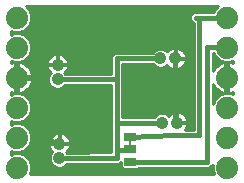
<source format=gbl>
G75*
%MOIN*%
%OFA0B0*%
%FSLAX24Y24*%
%IPPOS*%
%LPD*%
%AMOC8*
5,1,8,0,0,1.08239X$1,22.5*
%
%ADD10C,0.0740*%
%ADD11C,0.0416*%
%ADD12C,0.0080*%
%ADD13R,0.0400X0.0250*%
%ADD14C,0.0100*%
%ADD15C,0.0160*%
D10*
X001772Y001024D03*
X001772Y002024D03*
X001772Y003024D03*
X001772Y004024D03*
X001772Y005024D03*
X001772Y006024D03*
X008772Y006024D03*
X008772Y005024D03*
X008772Y004024D03*
X008772Y003024D03*
X008772Y002024D03*
X008772Y001024D03*
D11*
X007103Y002524D03*
X006611Y002524D03*
X006556Y004666D03*
X007048Y004666D03*
X003126Y004457D03*
X003126Y003965D03*
X003189Y001823D03*
X003189Y001331D03*
D12*
X005556Y001677D02*
X005556Y001977D01*
D13*
X005556Y002027D03*
X005556Y001627D03*
X005556Y001206D03*
D14*
X005801Y000971D02*
X005845Y001015D01*
X008032Y001008D01*
X008110Y001008D01*
X008189Y001008D01*
X008189Y001008D01*
X008189Y001008D01*
X008245Y001063D01*
X008292Y001110D01*
X008292Y000929D01*
X008336Y000822D01*
X002208Y000822D01*
X002252Y000929D01*
X002252Y001119D01*
X002179Y001296D01*
X002044Y001431D01*
X001868Y001504D01*
X001677Y001504D01*
X001567Y001458D01*
X001567Y001590D01*
X001677Y001544D01*
X001868Y001544D01*
X002044Y001617D01*
X002179Y001752D01*
X002252Y001929D01*
X002252Y002119D01*
X002179Y002296D01*
X002044Y002431D01*
X001868Y002504D01*
X001677Y002504D01*
X001567Y002458D01*
X001567Y002590D01*
X001677Y002544D01*
X001868Y002544D01*
X002044Y002617D01*
X002179Y002752D01*
X002252Y002929D01*
X002252Y003119D01*
X002179Y003296D01*
X002044Y003431D01*
X001868Y003504D01*
X001677Y003504D01*
X001567Y003458D01*
X001567Y003545D01*
X001572Y003542D01*
X001650Y003517D01*
X001722Y003505D01*
X001722Y003974D01*
X001822Y003974D01*
X001822Y003505D01*
X001894Y003517D01*
X001972Y003542D01*
X002045Y003579D01*
X002111Y003627D01*
X002169Y003685D01*
X002217Y003751D01*
X002254Y003824D01*
X002279Y003902D01*
X002291Y003974D01*
X001822Y003974D01*
X001822Y004074D01*
X001722Y004074D01*
X001722Y004543D01*
X001650Y004531D01*
X001572Y004506D01*
X001567Y004503D01*
X001567Y004590D01*
X001677Y004544D01*
X001868Y004544D01*
X002044Y004617D01*
X002179Y004752D01*
X002252Y004929D01*
X002252Y005119D01*
X002179Y005296D01*
X002044Y005431D01*
X001868Y005504D01*
X001677Y005504D01*
X001567Y005458D01*
X001567Y005590D01*
X001677Y005544D01*
X001868Y005544D01*
X002044Y005617D01*
X002179Y005752D01*
X002252Y005929D01*
X002252Y006119D01*
X002179Y006296D01*
X002071Y006403D01*
X008479Y006410D01*
X008365Y006296D01*
X008331Y006214D01*
X007670Y006214D01*
X007558Y006103D01*
X007558Y005945D01*
X007661Y005843D01*
X007661Y002285D01*
X007370Y002285D01*
X007381Y002296D01*
X007420Y002355D01*
X007447Y002420D01*
X007461Y002489D01*
X007461Y002505D01*
X007122Y002505D01*
X007122Y002543D01*
X007461Y002543D01*
X007461Y002559D01*
X007447Y002628D01*
X007420Y002693D01*
X007381Y002752D01*
X007331Y002802D01*
X007272Y002841D01*
X007207Y002868D01*
X007138Y002882D01*
X007122Y002882D01*
X007122Y002543D01*
X007084Y002543D01*
X007084Y002882D01*
X007068Y002882D01*
X006998Y002868D01*
X006933Y002841D01*
X006875Y002802D01*
X006828Y002756D01*
X006791Y002793D01*
X006674Y002842D01*
X006547Y002842D01*
X006431Y002793D01*
X006351Y002714D01*
X005285Y002714D01*
X005285Y004476D01*
X006296Y004476D01*
X006375Y004396D01*
X006492Y004348D01*
X006619Y004348D01*
X006736Y004396D01*
X006773Y004434D01*
X006820Y004388D01*
X006878Y004349D01*
X006943Y004322D01*
X007012Y004308D01*
X007029Y004308D01*
X007029Y004647D01*
X007067Y004647D01*
X007067Y004685D01*
X007405Y004685D01*
X007405Y004701D01*
X007392Y004770D01*
X007365Y004835D01*
X007326Y004894D01*
X007276Y004944D01*
X007217Y004983D01*
X007152Y005010D01*
X007083Y005024D01*
X007067Y005024D01*
X007067Y004685D01*
X007029Y004685D01*
X007029Y005024D01*
X007012Y005024D01*
X006943Y005010D01*
X006878Y004983D01*
X006820Y004944D01*
X006773Y004897D01*
X006736Y004935D01*
X006619Y004984D01*
X006492Y004984D01*
X006375Y004935D01*
X006296Y004856D01*
X005016Y004856D01*
X004905Y004744D01*
X004905Y004155D01*
X003386Y004155D01*
X003358Y004183D01*
X003404Y004229D01*
X003443Y004288D01*
X003470Y004353D01*
X003484Y004422D01*
X003484Y004438D01*
X003145Y004438D01*
X003145Y004476D01*
X003107Y004476D01*
X003107Y004438D01*
X002769Y004438D01*
X002769Y004422D01*
X002782Y004353D01*
X002809Y004288D01*
X002848Y004229D01*
X002895Y004183D01*
X002857Y004145D01*
X002809Y004028D01*
X002809Y003902D01*
X002857Y003785D01*
X002946Y003696D01*
X003063Y003647D01*
X003190Y003647D01*
X003306Y003696D01*
X003386Y003775D01*
X004905Y003775D01*
X004905Y001696D01*
X004904Y001695D01*
X004905Y001618D01*
X004905Y001529D01*
X003448Y001522D01*
X003421Y001549D01*
X003467Y001595D01*
X003506Y001654D01*
X003533Y001719D01*
X003547Y001788D01*
X003547Y001804D01*
X003208Y001804D01*
X003208Y001842D01*
X003170Y001842D01*
X003170Y001804D01*
X002832Y001804D01*
X002832Y001788D01*
X002845Y001719D01*
X002872Y001654D01*
X002911Y001595D01*
X002958Y001549D01*
X002920Y001511D01*
X002872Y001394D01*
X002872Y001268D01*
X002920Y001151D01*
X003009Y001062D01*
X003126Y001013D01*
X003253Y001013D01*
X003369Y001062D01*
X003450Y001142D01*
X005095Y001150D01*
X005174Y001150D01*
X005174Y001150D01*
X005174Y001150D01*
X005230Y001206D01*
X005246Y001222D01*
X005246Y001035D01*
X005310Y000971D01*
X005801Y000971D01*
X005266Y001015D02*
X003257Y001015D01*
X003121Y001015D02*
X002252Y001015D01*
X002247Y000917D02*
X008297Y000917D01*
X008292Y001015D02*
X008197Y001015D01*
X008032Y001008D02*
X008032Y001008D01*
X007661Y002296D02*
X007381Y002296D01*
X007436Y002394D02*
X007661Y002394D01*
X007661Y002493D02*
X007461Y002493D01*
X007454Y002591D02*
X007661Y002591D01*
X007661Y002690D02*
X007421Y002690D01*
X007344Y002788D02*
X007661Y002788D01*
X007661Y002887D02*
X005285Y002887D01*
X005285Y002985D02*
X007661Y002985D01*
X007661Y003084D02*
X005285Y003084D01*
X005285Y003182D02*
X007661Y003182D01*
X007661Y003281D02*
X005285Y003281D01*
X005285Y003379D02*
X007661Y003379D01*
X007661Y003478D02*
X005285Y003478D01*
X005285Y003576D02*
X007661Y003576D01*
X007661Y003675D02*
X005285Y003675D01*
X005285Y003773D02*
X007661Y003773D01*
X007661Y003872D02*
X005285Y003872D01*
X005285Y003970D02*
X007661Y003970D01*
X007661Y004069D02*
X005285Y004069D01*
X005285Y004167D02*
X007661Y004167D01*
X007661Y004266D02*
X005285Y004266D01*
X005285Y004364D02*
X006453Y004364D01*
X006658Y004364D02*
X006855Y004364D01*
X007029Y004364D02*
X007067Y004364D01*
X007067Y004308D02*
X007083Y004308D01*
X007152Y004322D01*
X007217Y004349D01*
X007276Y004388D01*
X007326Y004438D01*
X007365Y004496D01*
X007392Y004561D01*
X007661Y004561D01*
X007661Y004463D02*
X007342Y004463D01*
X007392Y004561D02*
X007405Y004631D01*
X007405Y004647D01*
X007067Y004647D01*
X007067Y004308D01*
X007067Y004463D02*
X007029Y004463D01*
X007029Y004561D02*
X007067Y004561D01*
X007067Y004660D02*
X007661Y004660D01*
X007661Y004758D02*
X007394Y004758D01*
X007350Y004857D02*
X007661Y004857D01*
X007661Y004955D02*
X007258Y004955D01*
X007067Y004955D02*
X007029Y004955D01*
X007029Y004857D02*
X007067Y004857D01*
X007067Y004758D02*
X007029Y004758D01*
X006837Y004955D02*
X006687Y004955D01*
X006424Y004955D02*
X002252Y004955D01*
X002252Y005054D02*
X007661Y005054D01*
X007661Y005152D02*
X002238Y005152D01*
X002198Y005251D02*
X007661Y005251D01*
X007661Y005349D02*
X002126Y005349D01*
X002003Y005448D02*
X007661Y005448D01*
X007661Y005546D02*
X001873Y005546D01*
X001671Y005546D02*
X001567Y005546D01*
X002072Y005645D02*
X007661Y005645D01*
X007661Y005743D02*
X002170Y005743D01*
X002216Y005842D02*
X007661Y005842D01*
X007563Y005940D02*
X002252Y005940D01*
X002252Y006039D02*
X007558Y006039D01*
X007593Y006137D02*
X002245Y006137D01*
X002204Y006236D02*
X008340Y006236D01*
X008404Y006334D02*
X002141Y006334D01*
X002222Y004857D02*
X006297Y004857D01*
X006309Y004463D02*
X005285Y004463D01*
X004905Y004463D02*
X003145Y004463D01*
X003145Y004476D02*
X003484Y004476D01*
X003484Y004492D01*
X003470Y004561D01*
X004905Y004561D01*
X004905Y004660D02*
X003421Y004660D01*
X003404Y004685D02*
X003443Y004627D01*
X003470Y004561D01*
X003404Y004685D02*
X003354Y004735D01*
X003296Y004774D01*
X003231Y004801D01*
X003162Y004815D01*
X003145Y004815D01*
X003145Y004476D01*
X003107Y004476D02*
X003107Y004815D01*
X003091Y004815D01*
X003022Y004801D01*
X002957Y004774D01*
X002898Y004735D01*
X002848Y004685D01*
X002809Y004627D01*
X002782Y004561D01*
X001909Y004561D01*
X001894Y004531D02*
X001822Y004543D01*
X001822Y004074D01*
X002291Y004074D01*
X002279Y004146D01*
X002254Y004224D01*
X002217Y004297D01*
X002169Y004363D01*
X002111Y004421D01*
X002045Y004469D01*
X001972Y004506D01*
X001894Y004531D01*
X001822Y004463D02*
X001722Y004463D01*
X001635Y004561D02*
X001567Y004561D01*
X001722Y004364D02*
X001822Y004364D01*
X001822Y004266D02*
X001722Y004266D01*
X001722Y004167D02*
X001822Y004167D01*
X001822Y004069D02*
X002825Y004069D01*
X002809Y003970D02*
X002290Y003970D01*
X002269Y003872D02*
X002821Y003872D01*
X002869Y003773D02*
X002228Y003773D01*
X002158Y003675D02*
X002996Y003675D01*
X003256Y003675D02*
X004905Y003675D01*
X004905Y003773D02*
X003384Y003773D01*
X003373Y004167D02*
X004905Y004167D01*
X004905Y004266D02*
X003429Y004266D01*
X003473Y004364D02*
X004905Y004364D01*
X004919Y004758D02*
X003320Y004758D01*
X003145Y004758D02*
X003107Y004758D01*
X003107Y004660D02*
X003145Y004660D01*
X003145Y004561D02*
X003107Y004561D01*
X003107Y004476D02*
X002769Y004476D01*
X002769Y004492D01*
X002782Y004561D01*
X002832Y004660D02*
X002087Y004660D01*
X002182Y004758D02*
X002933Y004758D01*
X003107Y004463D02*
X002053Y004463D01*
X002167Y004364D02*
X002780Y004364D01*
X002824Y004266D02*
X002232Y004266D01*
X002272Y004167D02*
X002879Y004167D01*
X002039Y003576D02*
X004905Y003576D01*
X004905Y003478D02*
X001931Y003478D01*
X001822Y003576D02*
X001722Y003576D01*
X001722Y003675D02*
X001822Y003675D01*
X001822Y003773D02*
X001722Y003773D01*
X001722Y003872D02*
X001822Y003872D01*
X001822Y003970D02*
X001722Y003970D01*
X001613Y003478D02*
X001567Y003478D01*
X002096Y003379D02*
X004905Y003379D01*
X004905Y003281D02*
X002185Y003281D01*
X002226Y003182D02*
X004905Y003182D01*
X004905Y003084D02*
X002252Y003084D01*
X002252Y002985D02*
X004905Y002985D01*
X004905Y002887D02*
X002235Y002887D01*
X002194Y002788D02*
X004905Y002788D01*
X004905Y002690D02*
X002117Y002690D01*
X001982Y002591D02*
X004905Y002591D01*
X004905Y002493D02*
X001895Y002493D01*
X002081Y002394D02*
X004905Y002394D01*
X004905Y002296D02*
X002179Y002296D01*
X002220Y002197D02*
X004905Y002197D01*
X004905Y002099D02*
X003420Y002099D01*
X003417Y002101D02*
X003359Y002140D01*
X003294Y002167D01*
X003225Y002181D01*
X003208Y002181D01*
X003208Y001842D01*
X003547Y001842D01*
X003547Y001858D01*
X003533Y001928D01*
X003506Y001993D01*
X003467Y002051D01*
X003417Y002101D01*
X003501Y002000D02*
X004905Y002000D01*
X004905Y001902D02*
X003539Y001902D01*
X003547Y001803D02*
X004905Y001803D01*
X004905Y001705D02*
X003528Y001705D01*
X003475Y001606D02*
X004905Y001606D01*
X005236Y001212D02*
X005246Y001212D01*
X005246Y001114D02*
X003421Y001114D01*
X002957Y001114D02*
X002252Y001114D01*
X002214Y001212D02*
X002895Y001212D01*
X002872Y001311D02*
X002164Y001311D01*
X002066Y001409D02*
X002878Y001409D01*
X002919Y001508D02*
X001567Y001508D01*
X002018Y001606D02*
X002904Y001606D01*
X002851Y001705D02*
X002132Y001705D01*
X002200Y001803D02*
X002832Y001803D01*
X002832Y001842D02*
X003170Y001842D01*
X003170Y002181D01*
X003154Y002181D01*
X003085Y002167D01*
X003020Y002140D01*
X002961Y002101D01*
X002911Y002051D01*
X002872Y001993D01*
X002845Y001928D01*
X002832Y001858D01*
X002832Y001842D01*
X002840Y001902D02*
X002241Y001902D01*
X002252Y002000D02*
X002877Y002000D01*
X002959Y002099D02*
X002252Y002099D01*
X001649Y002493D02*
X001567Y002493D01*
X003170Y002099D02*
X003208Y002099D01*
X003208Y002000D02*
X003170Y002000D01*
X003170Y001902D02*
X003208Y001902D01*
X005285Y002788D02*
X006425Y002788D01*
X006796Y002788D02*
X006861Y002788D01*
X007084Y002788D02*
X007122Y002788D01*
X007122Y002690D02*
X007084Y002690D01*
X007084Y002591D02*
X007122Y002591D01*
X007084Y002543D02*
X006928Y002543D01*
X006928Y002505D01*
X007084Y002505D01*
X007084Y002543D01*
X008301Y003140D02*
X008301Y003804D01*
X008327Y003751D01*
X008375Y003685D01*
X008433Y003627D01*
X008500Y003579D01*
X008572Y003542D01*
X008650Y003517D01*
X008722Y003505D01*
X008722Y003974D01*
X008822Y003974D01*
X008822Y003505D01*
X008894Y003517D01*
X008972Y003542D01*
X008976Y003544D01*
X008976Y003459D01*
X008868Y003504D01*
X008677Y003504D01*
X008500Y003431D01*
X008365Y003296D01*
X008301Y003140D01*
X008301Y003182D02*
X008318Y003182D01*
X008301Y003281D02*
X008359Y003281D01*
X008301Y003379D02*
X008448Y003379D01*
X008301Y003478D02*
X008613Y003478D01*
X008505Y003576D02*
X008301Y003576D01*
X008301Y003675D02*
X008386Y003675D01*
X008316Y003773D02*
X008301Y003773D01*
X008722Y003773D02*
X008822Y003773D01*
X008822Y003675D02*
X008722Y003675D01*
X008722Y003576D02*
X008822Y003576D01*
X008931Y003478D02*
X008976Y003478D01*
X008822Y003872D02*
X008722Y003872D01*
X008722Y003970D02*
X008822Y003970D01*
X008822Y004074D02*
X008722Y004074D01*
X008722Y004543D01*
X008650Y004531D01*
X008572Y004506D01*
X008500Y004469D01*
X008433Y004421D01*
X008375Y004363D01*
X008327Y004297D01*
X008301Y004244D01*
X008301Y004840D01*
X008329Y004839D01*
X008365Y004752D01*
X008500Y004617D01*
X008677Y004544D01*
X008868Y004544D01*
X008976Y004589D01*
X008976Y004504D01*
X008972Y004506D01*
X008894Y004531D01*
X008822Y004543D01*
X008822Y004074D01*
X008822Y004167D02*
X008722Y004167D01*
X008722Y004266D02*
X008822Y004266D01*
X008822Y004364D02*
X008722Y004364D01*
X008722Y004463D02*
X008822Y004463D01*
X008909Y004561D02*
X008976Y004561D01*
X008635Y004561D02*
X008301Y004561D01*
X008301Y004463D02*
X008491Y004463D01*
X008377Y004364D02*
X008301Y004364D01*
X008301Y004266D02*
X008312Y004266D01*
X008301Y004660D02*
X008457Y004660D01*
X008363Y004758D02*
X008301Y004758D01*
X007661Y004364D02*
X007240Y004364D01*
D15*
X007048Y004666D02*
X007048Y002524D01*
X007103Y002524D01*
X006611Y002524D02*
X005095Y002524D01*
X005095Y002489D01*
X005095Y001619D01*
X005095Y001340D01*
X003189Y001331D01*
X003189Y001823D02*
X002414Y002095D01*
X002414Y004032D01*
X001772Y004024D01*
X003126Y003965D02*
X005095Y003965D01*
X005095Y002524D01*
X005556Y002027D02*
X006961Y002095D01*
X007851Y002095D01*
X007851Y006024D01*
X007748Y006024D01*
X007851Y006024D02*
X008772Y006024D01*
X008772Y005024D02*
X008111Y005032D01*
X008111Y001198D01*
X005556Y001206D01*
X005556Y001627D02*
X005095Y001619D01*
X005095Y003965D02*
X005095Y004666D01*
X006556Y004666D01*
M02*

</source>
